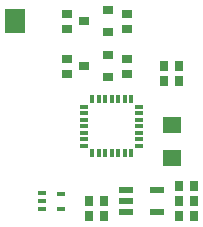
<source format=gbr>
G04 EAGLE Gerber RS-274X export*
G75*
%MOMM*%
%FSLAX34Y34*%
%LPD*%
%INSolderpaste Top*%
%IPPOS*%
%AMOC8*
5,1,8,0,0,1.08239X$1,22.5*%
G01*
%ADD10R,0.400000X0.700000*%
%ADD11R,0.700000X0.400000*%
%ADD12R,0.900000X0.700000*%
%ADD13R,1.600000X1.400000*%
%ADD14R,0.700000X0.900000*%
%ADD15R,0.750000X0.400000*%
%ADD16R,0.685800X0.330200*%
%ADD17R,1.200000X0.550000*%
%ADD18R,1.701800X2.006600*%
%ADD19R,0.900000X0.800000*%


D10*
X90600Y65900D03*
X96100Y65900D03*
X101600Y65900D03*
X107100Y65900D03*
X85100Y65900D03*
X112600Y65900D03*
X118100Y65900D03*
D11*
X124600Y77900D03*
X124600Y83400D03*
X124600Y88900D03*
X124600Y94400D03*
X124600Y72400D03*
X124600Y99900D03*
X124600Y105400D03*
D10*
X112600Y111900D03*
X107100Y111900D03*
X101600Y111900D03*
X96100Y111900D03*
X118100Y111900D03*
X90600Y111900D03*
X85100Y111900D03*
D11*
X78600Y99900D03*
X78600Y94400D03*
X78600Y88900D03*
X78600Y83400D03*
X78600Y105400D03*
X78600Y77900D03*
X78600Y72400D03*
D12*
X114300Y146200D03*
X114300Y133200D03*
X114300Y184300D03*
X114300Y171300D03*
D13*
X152400Y90200D03*
X152400Y62200D03*
D14*
X145900Y139700D03*
X158900Y139700D03*
X145900Y127000D03*
X158900Y127000D03*
D15*
X59050Y31900D03*
X59050Y18900D03*
D16*
X42545Y32131D03*
X42545Y25400D03*
X42545Y18669D03*
D17*
X113999Y34900D03*
X113999Y25400D03*
X113999Y15900D03*
X140001Y15900D03*
X140001Y34900D03*
D14*
X82400Y25400D03*
X95400Y25400D03*
X158600Y25400D03*
X171600Y25400D03*
X82400Y12700D03*
X95400Y12700D03*
X158600Y12700D03*
X171600Y12700D03*
D18*
X19685Y177927D03*
D14*
X158600Y38100D03*
X171600Y38100D03*
D19*
X77900Y139700D03*
X98900Y149200D03*
X98900Y130200D03*
X77900Y177800D03*
X98900Y187300D03*
X98900Y168300D03*
D12*
X63500Y133200D03*
X63500Y146200D03*
X63500Y171300D03*
X63500Y184300D03*
M02*

</source>
